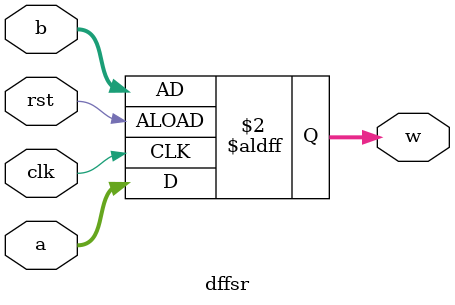
<source format=v>
module dffsr (
	input		    clk,
	input			rst,
	input       [1:0]a,b,
	output reg  [1:0] w
);

	
	always@(posedge rst, posedge clk)
	begin
		if (rst)
			w <= b;
		else
			w <= a;
	end


endmodule

</source>
